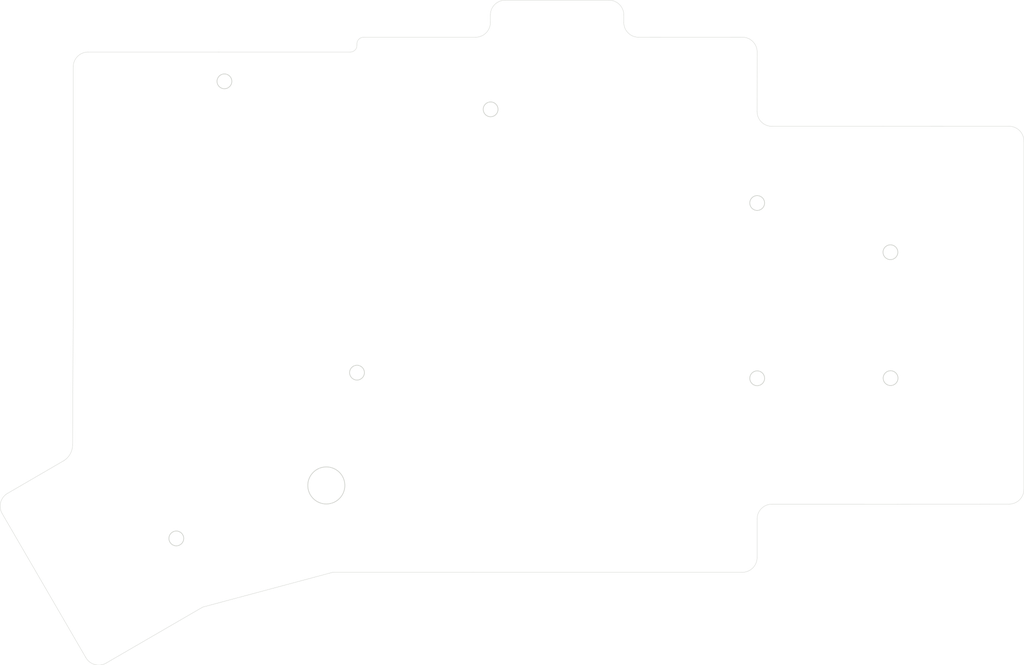
<source format=kicad_pcb>
(kicad_pcb (version 20211014) (generator pcbnew)

  (general
    (thickness 1.6)
  )

  (paper "A4")
  (title_block
    (title "TPS42 Split Keyboard")
    (date "2021-11-13")
    (rev "1")
  )

  (layers
    (0 "F.Cu" signal)
    (31 "B.Cu" signal)
    (32 "B.Adhes" user "B.Adhesive")
    (33 "F.Adhes" user "F.Adhesive")
    (34 "B.Paste" user)
    (35 "F.Paste" user)
    (36 "B.SilkS" user "B.Silkscreen")
    (37 "F.SilkS" user "F.Silkscreen")
    (38 "B.Mask" user)
    (39 "F.Mask" user)
    (40 "Dwgs.User" user "User.Drawings")
    (41 "Cmts.User" user "User.Comments")
    (42 "Eco1.User" user "User.Eco1")
    (43 "Eco2.User" user "User.Eco2")
    (44 "Edge.Cuts" user)
    (45 "Margin" user)
    (46 "B.CrtYd" user "B.Courtyard")
    (47 "F.CrtYd" user "F.Courtyard")
    (48 "B.Fab" user)
    (49 "F.Fab" user)
    (50 "User.1" user)
    (51 "User.2" user)
    (52 "User.3" user)
    (53 "User.4" user)
    (54 "User.5" user)
    (55 "User.6" user)
    (56 "User.7" user)
    (57 "User.8" user)
    (58 "User.9" user)
  )

  (setup
    (stackup
      (layer "F.SilkS" (type "Top Silk Screen"))
      (layer "F.Paste" (type "Top Solder Paste"))
      (layer "F.Mask" (type "Top Solder Mask") (color "Green") (thickness 0.01))
      (layer "F.Cu" (type "copper") (thickness 0.035))
      (layer "dielectric 1" (type "core") (thickness 1.51) (material "FR4") (epsilon_r 4.5) (loss_tangent 0.02))
      (layer "B.Cu" (type "copper") (thickness 0.035))
      (layer "B.Mask" (type "Bottom Solder Mask") (color "Green") (thickness 0.01))
      (layer "B.Paste" (type "Bottom Solder Paste"))
      (layer "B.SilkS" (type "Bottom Silk Screen"))
      (copper_finish "None")
      (dielectric_constraints no)
    )
    (pad_to_mask_clearance 0)
    (grid_origin 94.85 92.67)
    (pcbplotparams
      (layerselection 0x00010fc_ffffffff)
      (disableapertmacros false)
      (usegerberextensions false)
      (usegerberattributes true)
      (usegerberadvancedattributes true)
      (creategerberjobfile true)
      (svguseinch false)
      (svgprecision 3)
      (excludeedgelayer true)
      (plotframeref false)
      (viasonmask false)
      (mode 1)
      (useauxorigin false)
      (hpglpennumber 1)
      (hpglpenspeed 20)
      (hpglpendiameter 15.000000)
      (dxfpolygonmode false)
      (dxfimperialunits false)
      (dxfusepcbnewfont false)
      (psnegative false)
      (psa4output false)
      (plotreference false)
      (plotvalue false)
      (plotinvisibletext false)
      (sketchpadsonfab false)
      (subtractmaskfromsilk false)
      (outputformat 1)
      (mirror false)
      (drillshape 0)
      (scaleselection 1)
      (outputdirectory "gerber")
    )
  )

  (property "Revision" "1.0")

  (net 0 "")

  (gr_circle (center 117.14 100.73) (end 119.64 100.73) (layer "Edge.Cuts") (width 0.1) (fill none) (tstamp 00807c72-e724-4ea4-bdb7-14d24dc034ae))
  (gr_circle (center 103.39 46.2) (end 104.39 46.2) (layer "Edge.Cuts") (width 0.1) (fill none) (tstamp 04a333e6-8246-44d0-aa20-bd6bf6ec3a68))
  (gr_line (start 100.45 117.15) (end 87.427637 124.700199) (layer "Edge.Cuts") (width 0.05) (tstamp 0dd9e526-aece-4f75-a176-be243b3fcd55))
  (gr_line (start 84.990001 42.250001) (end 102.65 42.25) (layer "Edge.Cuts") (width 0.05) (tstamp 14dd7d1c-1e2e-4b08-9070-319f3c586415))
  (gr_line (start 81.774214 97.354214) (end 74.131851 101.795588) (layer "Edge.Cuts") (width 0.05) (tstamp 17912b6e-8f43-4fb0-b6e0-8e9d12fdccc8))
  (gr_arc (start 173.275786 40.244214) (mid 174.69 40.83) (end 175.275786 42.244214) (layer "Edge.Cuts") (width 0.05) (tstamp 18bc455f-b829-4f39-91c7-0f40c5d8a46d))
  (gr_line (start 159.28 40.25) (end 173.275786 40.244214) (layer "Edge.Cuts") (width 0.05) (tstamp 1be85b28-fb97-473a-b22c-c70549188494))
  (gr_line (start 211.27 54.264214) (end 211.27 101.25) (layer "Edge.Cuts") (width 0.05) (tstamp 269782b7-a2d1-401e-940d-c3ca14a159b5))
  (gr_line (start 177.264214 52.27) (end 192.27 52.27) (layer "Edge.Cuts") (width 0.05) (tstamp 2c7a0137-f8af-41f0-a310-cf743b35aa21))
  (gr_circle (center 121.28 85.51) (end 122.28 85.51) (layer "Edge.Cuts") (width 0.1) (fill none) (tstamp 2e9cdb9d-7930-4c92-b91f-cf899a2f3d59))
  (gr_circle (center 139.31 49.98) (end 140.31 49.98) (layer "Edge.Cuts") (width 0.1) (fill none) (tstamp 3149175d-2f97-4538-a3ec-b97ad07ae698))
  (gr_line (start 157.28 37.25) (end 157.28 38.25) (layer "Edge.Cuts") (width 0.05) (tstamp 41423042-f62b-4deb-8206-555d99755597))
  (gr_line (start 73.399801 104.527638) (end 84.695587 123.968149) (layer "Edge.Cuts") (width 0.05) (tstamp 4c2339ec-5a47-4f89-9958-bf9b16c4690e))
  (gr_arc (start 175.270001 105.255786) (mid 175.855788 103.841577) (end 177.270001 103.255786) (layer "Edge.Cuts") (width 0.05) (tstamp 4f5c1a04-be7d-4fd4-be27-fbc24db7f597))
  (gr_arc (start 139.28 37.25) (mid 139.865786 35.835786) (end 141.28 35.25) (layer "Edge.Cuts") (width 0.05) (tstamp 51bd0a81-8c0b-4d02-b788-8c6019b0b7eb))
  (gr_line (start 136.94 112.45) (end 118 112.45) (layer "Edge.Cuts") (width 0.05) (tstamp 55d5b49c-e6ea-4ee4-9906-0c3970848226))
  (gr_circle (center 96.9 107.88) (end 97.9 107.88) (layer "Edge.Cuts") (width 0.1) (fill none) (tstamp 5784afc4-f04e-4ece-ba71-b8750544c842))
  (gr_line (start 136.94 112.45) (end 173.27 112.45) (layer "Edge.Cuts") (width 0.05) (tstamp 57b07694-7d0e-4cd8-b8c7-695c7028e759))
  (gr_line (start 122.17 40.25) (end 137.275786 40.25) (layer "Edge.Cuts") (width 0.05) (tstamp 6019fee5-8516-463c-8942-a5911825cddf))
  (gr_line (start 194.263553 103.256447) (end 177.270001 103.255786) (layer "Edge.Cuts") (width 0.05) (tstamp 6275f11d-a256-4931-972e-00d4b7c1aa81))
  (gr_line (start 175.275786 42.244214) (end 175.264214 50.27) (layer "Edge.Cuts") (width 0.05) (tstamp 728fc2b6-ecaa-4b82-b796-975dae21c809))
  (gr_line (start 209.27 103.25) (end 194.263553 103.256447) (layer "Edge.Cuts") (width 0.05) (tstamp 81316103-1aa7-4cdf-838f-26fdbe06c5b0))
  (gr_arc (start 177.264214 52.27) (mid 175.85 51.684214) (end 175.264214 50.27) (layer "Edge.Cuts") (width 0.05) (tstamp 81b4a4bf-13ee-4ebf-922d-2fed65edfa98))
  (gr_arc (start 121.27 41.15) (mid 121.533604 40.513604) (end 122.17 40.25) (layer "Edge.Cuts") (width 0.05) (tstamp 83ced44d-04a1-43d9-a587-ae2479121882))
  (gr_line (start 192.27 52.27) (end 209.27 52.264214) (layer "Edge.Cuts") (width 0.05) (tstamp 85556cbd-3c73-4d68-9a8b-3edf1b000533))
  (gr_arc (start 175.27 110.45) (mid 174.684211 111.864211) (end 173.27 112.45) (layer "Edge.Cuts") (width 0.05) (tstamp 8f1d1bb6-fd4e-417f-bcab-5557b824b4c3))
  (gr_line (start 175.270001 105.255786) (end 175.27 110.45) (layer "Edge.Cuts") (width 0.05) (tstamp 955bdcbf-7854-4b08-9a50-4f23e4dca01d))
  (gr_line (start 82.9 95.27) (end 82.986396 77.153604) (layer "Edge.Cuts") (width 0.05) (tstamp 96bc0f90-0123-40fa-9ef8-34309c8536d0))
  (gr_circle (center 175.28 62.62) (end 176.28 62.62) (layer "Edge.Cuts") (width 0.1) (fill none) (tstamp 9708c6ed-7342-46ff-b5f8-c735fd835101))
  (gr_circle (center 175.28 86.27) (end 176.28 86.27) (layer "Edge.Cuts") (width 0.1) (fill none) (tstamp 9aedae96-f5ed-42a0-9cd2-ef934d800da6))
  (gr_line (start 118 112.45) (end 100.45 117.15) (layer "Edge.Cuts") (width 0.05) (tstamp 9b5636d0-9a2b-4078-9895-e5316a626b3c))
  (gr_arc (start 73.399801 104.527638) (mid 73.2 103.01) (end 74.131851 101.795588) (layer "Edge.Cuts") (width 0.05) (tstamp a48fc0e1-4a75-43ac-aa3e-03c371de7d49))
  (gr_circle (center 193.28 86.25) (end 194.28 86.25) (layer "Edge.Cuts") (width 0.1) (fill none) (tstamp a4f79e3d-bc82-4332-b816-11fe6c3f6801))
  (gr_arc (start 82.990001 44.250001) (mid 83.575787 42.835787) (end 84.990001 42.250001) (layer "Edge.Cuts") (width 0.05) (tstamp aad505c0-2759-41bc-9846-09db8f5eeff0))
  (gr_arc (start 155.28 35.25) (mid 156.694214 35.835786) (end 157.28 37.25) (layer "Edge.Cuts") (width 0.05) (tstamp af871ac4-04ab-4c08-98fc-c3647d1809ad))
  (gr_arc (start 139.275786 38.25) (mid 138.69 39.664214) (end 137.275786 40.25) (layer "Edge.Cuts") (width 0.05) (tstamp affe87a3-ce6b-4d21-9001-acfc6f85d7ec))
  (gr_arc (start 87.427637 124.700199) (mid 85.909999 124.9) (end 84.695587 123.968149) (layer "Edge.Cuts") (width 0.05) (tstamp b7e5a16b-6ae3-4569-92b7-5bf9f1752e68))
  (gr_arc (start 211.27 101.25) (mid 210.684214 102.664214) (end 209.27 103.25) (layer "Edge.Cuts") (width 0.05) (tstamp b8d7be89-a17d-4226-aa24-77d4740852cc))
  (gr_circle (center 193.26 69.26) (end 194.26 69.26) (layer "Edge.Cuts") (width 0.1) (fill none) (tstamp b98a5baf-ed6c-4d0b-bf19-da584b70f315))
  (gr_line (start 102.65 42.25) (end 120.37 42.25) (layer "Edge.Cuts") (width 0.05) (tstamp c28f0b8b-0180-49a1-af86-363d625c2b31))
  (gr_line (start 139.275786 38.25) (end 139.28 37.25) (layer "Edge.Cuts") (width 0.05) (tstamp c35c7a3f-819e-4cf9-8ef8-48b5761f01d1))
  (gr_line (start 141.28 35.25) (end 155.28 35.25) (layer "Edge.Cuts") (width 0.05) (tstamp d3ab6125-e53d-45c4-a737-88318e0feb00))
  (gr_arc (start 159.28 40.25) (mid 157.865786 39.664214) (end 157.28 38.25) (layer "Edge.Cuts") (width 0.05) (tstamp d59e6b57-eb6e-4b21-ad5a-f18484213775))
  (gr_line (start 121.27 41.15) (end 121.27 41.35) (layer "Edge.Cuts") (width 0.05) (tstamp d8c32cdb-75b5-4ae7-ba9b-44de26aa0de1))
  (gr_arc (start 209.27 52.264214) (mid 210.684214 52.85) (end 211.27 54.264214) (layer "Edge.Cuts") (width 0.05) (tstamp e4cce8ae-bdda-42f8-a1af-62abf9870c92))
  (gr_arc (start 121.27 41.35) (mid 121.006396 41.986396) (end 120.37 42.25) (layer "Edge.Cuts") (width 0.05) (tstamp e9d6da6e-0385-4f5f-88ac-0eec604bc786))
  (gr_line (start 82.990001 44.250001) (end 82.986396 77.153604) (layer "Edge.Cuts") (width 0.05) (tstamp ebbbe9c7-152e-4e59-92a8-f53a891499e0))
  (gr_arc (start 82.9 95.27) (mid 82.595804 96.451842) (end 81.774214 97.354214) (layer "Edge.Cuts") (width 0.05) (tstamp ebd3a2e0-6453-406f-b2c0-906208512bad))

)

</source>
